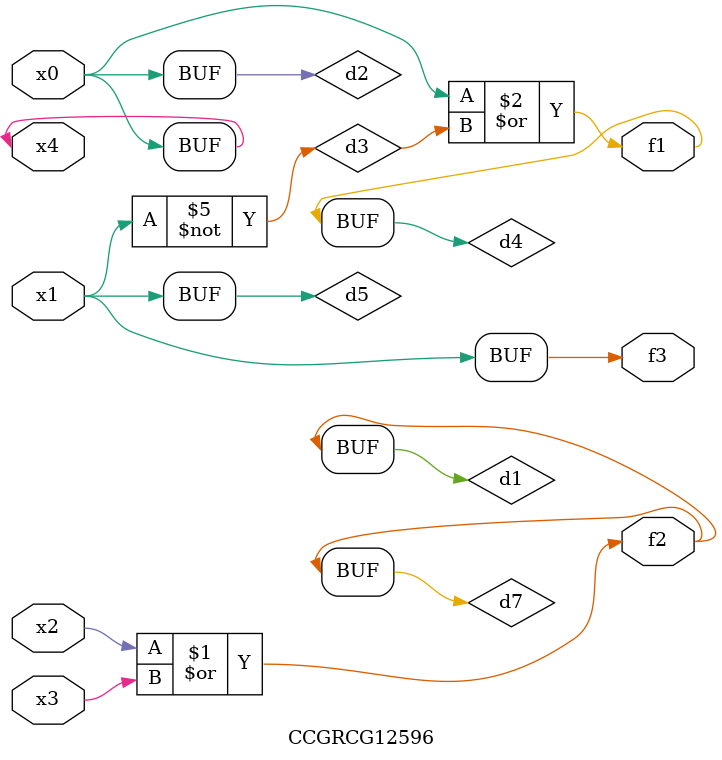
<source format=v>
module CCGRCG12596(
	input x0, x1, x2, x3, x4,
	output f1, f2, f3
);

	wire d1, d2, d3, d4, d5, d6, d7;

	or (d1, x2, x3);
	buf (d2, x0, x4);
	not (d3, x1);
	or (d4, d2, d3);
	not (d5, d3);
	nand (d6, d1, d3);
	or (d7, d1);
	assign f1 = d4;
	assign f2 = d7;
	assign f3 = d5;
endmodule

</source>
